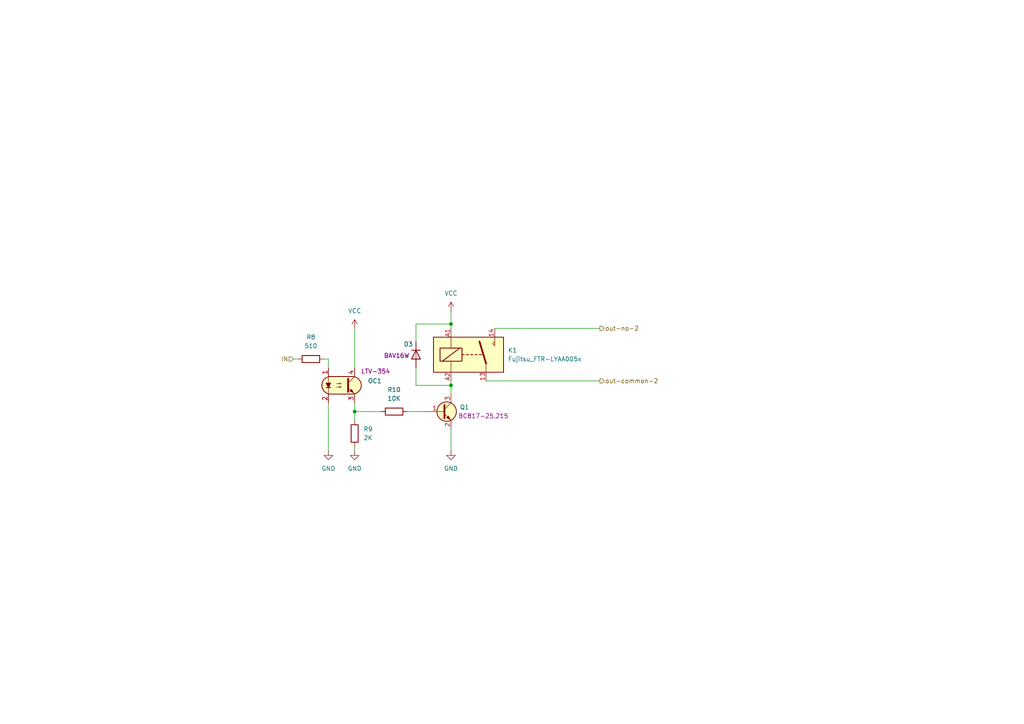
<source format=kicad_sch>
(kicad_sch (version 20250114) (generator "eeschema") (generator_version "9.0")
  (paper "A4")
  (lib_symbols
    (symbol "Diode:1N4148WT" (pin_numbers (hide yes)) (pin_names (hide yes))
      (property "Reference" "D" (at 0 2.54 0))
      (property "Value" "1N4148WT" (at 0 -2.54 0))
      (symbol "1N4148WT_0_1"
        (polyline (pts (xy -1.27 1.27) (xy -1.27 -1.27)) (stroke (width 0.254)))
        (polyline (pts (xy 1.27 1.27) (xy 1.27 -1.27) (xy -1.27 0) (xy 1.27 1.27)) (stroke (width 0.254)))
        (polyline (pts (xy 1.27 0) (xy -1.27 0)))
      )
      (symbol "1N4148WT_1_1"
        (pin passive line (at -3.81 0 0) (length 2.54) (name "K") (number "1"))
        (pin passive line (at 3.81 0 180) (length 2.54) (name "A") (number "2"))
      )
    )
    (symbol "Optocoupler_AKL:FOD817S" (pin_names (offset 1.016))
      (property "Reference" "OC" (at 6.35 1.27 0))
      (property "Value" "FOD817S" (at 6.35 -1.27 0))
      (symbol "FOD817S_0_1"
        (polyline (pts (xy -4.445 -0.635) (xy -3.175 -0.635)) (stroke (width 0.254)))
        (polyline (pts (xy -3.81 -0.635) (xy -4.445 0.635) (xy -3.175 0.635) (xy -3.81 -0.635)) (stroke (width 0.254)) (fill (type outline)))
        (polyline (pts (xy -3.81 -2.54) (xy -3.81 -1.27) (xy -3.81 2.54)) (stroke (width 0.1524)))
        (polyline (pts (xy -3.175 2.54) (xy 3.175 2.54)) (stroke (width 0.254)))
        (arc (start -3.1975 -2.54) (mid -5.7151 0) (end -3.1975 2.54) (stroke (width 0.254)))
        (polyline (pts (xy -2.54 2.54) (xy 3.429 2.54) (xy 4.318 2.286) (xy 4.699 2.032) (xy 5.08 1.651) (xy 5.461 1.016) (xy 5.715 0.381) (xy 5.715 -0.381) (xy 5.461 -1.143) (xy 4.826 -1.905) (xy 4.191 -2.286) (xy 3.302 -2.54) (xy -3.81 -2.54) (xy -3.81 -2.54) (xy -4.572 -2.032) (xy -5.08 -1.778) (xy -5.588 -0.508) (xy -5.588 0.254) (xy -5.588 1.016) (xy -5.08 1.778) (xy -4.318 2.286) (xy -3.556 2.54) (xy -2.54 2.54)) (stroke (width 0.01)) (fill (type background)))
        (polyline (pts (xy -1.397 0.508) (xy -0.127 0.508) (xy -0.508 0.381) (xy -0.508 0.635) (xy -0.127 0.508)))
        (polyline (pts (xy -1.397 -0.508) (xy -0.127 -0.508) (xy -0.508 -0.635) (xy -0.508 -0.381) (xy -0.127 -0.508)))
        (polyline (pts (xy 1.905 1.905) (xy 1.905 -1.905) (xy 1.905 -1.905)) (stroke (width 0.508)))
        (polyline (pts (xy 1.905 0.635) (xy 3.81 2.54)))
        (polyline (pts (xy 2.413 -1.651) (xy 2.921 -1.143) (xy 3.429 -2.159) (xy 2.413 -1.651) (xy 2.413 -1.651)) (fill (type outline)))
        (arc (start 3.1975 2.54) (mid 5.7151 0) (end 3.1975 -2.54) (stroke (width 0.254)))
        (polyline (pts (xy 3.175 -2.54) (xy -3.175 -2.54)) (stroke (width 0.254)))
        (polyline (pts (xy 3.81 -2.54) (xy 1.905 -0.635)) (fill (type outline)))
      )
      (symbol "FOD817S_1_1"
        (pin passive line (at -3.81 5.08 270) (length 2.54) (name "~") (number "1"))
        (pin passive line (at -3.81 -5.08 90) (length 2.54) (name "~") (number "2"))
        (pin passive line (at 3.81 5.08 270) (length 2.54) (name "~") (number "4"))
        (pin passive line (at 3.81 -5.08 90) (length 2.54) (name "~") (number "3"))
      )
    )
    (symbol "Relay:Fujitsu_FTR-LYAA005x"
      (property "Reference" "K" (at 11.43 3.81 0))
      (property "Value" "Fujitsu_FTR-LYAA005x" (at 11.43 1.27 0))
      (symbol "Fujitsu_FTR-LYAA005x_0_0"
        (polyline (pts (xy 7.62 5.08) (xy 7.62 2.54) (xy 6.985 3.175) (xy 7.62 3.81)))
      )
      (symbol "Fujitsu_FTR-LYAA005x_0_1"
        (rectangle (start -10.16 5.08) (end 10.16 -5.08) (stroke (width 0.254)) (fill (type background)))
        (rectangle (start -8.255 1.905) (end -1.905 -1.905) (stroke (width 0.254)))
        (polyline (pts (xy -7.62 -1.905) (xy -2.54 1.905)) (stroke (width 0.254)))
        (polyline (pts (xy -5.08 5.08) (xy -5.08 1.905)))
        (polyline (pts (xy -5.08 -5.08) (xy -5.08 -1.905)))
        (polyline (pts (xy -1.905 0) (xy -1.27 0)) (stroke (width 0.254)))
        (polyline (pts (xy -0.635 0) (xy 0 0)) (stroke (width 0.254)))
        (polyline (pts (xy 0.635 0) (xy 1.27 0)) (stroke (width 0.254)))
        (polyline (pts (xy 1.905 0) (xy 2.54 0)) (stroke (width 0.254)))
        (polyline (pts (xy 3.175 0) (xy 3.81 0)) (stroke (width 0.254)))
        (polyline (pts (xy 5.08 -2.54) (xy 3.175 3.81)) (stroke (width 0.508)))
        (polyline (pts (xy 5.08 -2.54) (xy 5.08 -5.08)))
      )
      (symbol "Fujitsu_FTR-LYAA005x_1_1"
        (pin passive line (at -5.08 7.62 270) (length 2.54) (name "~") (number "A1"))
        (pin passive line (at -5.08 -7.62 90) (length 2.54) (name "~") (number "A2"))
        (pin passive line (at 5.08 -7.62 90) (length 2.54) (name "~") (number "13"))
        (pin passive line (at 7.62 7.62 270) (length 2.54) (name "~") (number "14"))
      )
    )
    (symbol "Resistor_AKL:R_0603" (pin_numbers (hide yes)) (pin_names (offset 0))
      (property "Reference" "R" (at 2.54 1.27 0))
      (property "Value" "R_0603" (at 2.54 -1.27 0))
      (symbol "R_0603_0_1"
        (rectangle (start -1.016 2.54) (end 1.016 -2.54) (stroke (width 0.254)))
      )
      (symbol "R_0603_0_2"
        (polyline (pts (xy -2.54 -2.54) (xy -1.524 -1.524)))
        (polyline (pts (xy 1.524 1.524) (xy 2.54 2.54)))
        (polyline (pts (xy 1.524 1.524) (xy 0.889 2.159) (xy -2.159 -0.889) (xy -0.889 -2.159) (xy 2.159 0.889) (xy 1.524 1.524)) (stroke (width 0.254)))
      )
      (symbol "R_0603_1_1"
        (pin passive line (at 0 3.81 270) (length 1.27) (name "~") (number "1"))
        (pin passive line (at 0 -3.81 90) (length 1.27) (name "~") (number "2"))
      )
      (symbol "R_0603_1_2"
        (pin passive line (at -2.54 -2.54 0) (length 0) (name "") (number "2"))
        (pin passive line (at 2.54 2.54 180) (length 0) (name "") (number "1"))
      )
    )
    (symbol "Transistor_BJT_AKL:BFN26" (pin_names (hide yes))
      (property "Reference" "Q" (at 5.08 1.27 0))
      (property "Value" "BFN26" (at 5.08 -1.27 0))
      (symbol "BFN26_0_1"
        (polyline (pts (xy 0.635 1.905) (xy 0.635 -1.905) (xy 0.635 -1.905)) (stroke (width 0.508)))
        (polyline (pts (xy 0.635 0.635) (xy 2.54 2.54)))
        (polyline (pts (xy 0.635 -0.635) (xy 2.54 -2.54) (xy 2.54 -2.54)))
        (circle (center 1.27 0) (radius 2.8194) (stroke (width 0.254)) (fill (type background)))
        (polyline (pts (xy 1.27 -1.778) (xy 1.778 -1.27) (xy 2.286 -2.286) (xy 1.27 -1.778) (xy 1.27 -1.778)) (fill (type outline)))
      )
      (symbol "BFN26_1_1"
        (pin input line (at -5.08 0 0) (length 5.715) (name "B") (number "1"))
        (pin passive line (at 2.54 5.08 270) (length 2.54) (name "C") (number "3"))
        (pin passive line (at 2.54 -5.08 90) (length 2.54) (name "E") (number "2"))
      )
    )
    (symbol "power:GND" (power) (pin_numbers (hide yes)) (pin_names (offset 0) (hide yes))
      (property "Value" "GND" (at 0 -3.81 0))
      (symbol "GND_0_1"
        (polyline (pts (xy 0 0) (xy 0 -1.27) (xy 1.27 -1.27) (xy 0 -2.54) (xy -1.27 -1.27) (xy 0 -1.27)))
      )
      (symbol "GND_1_1"
        (pin power_in line (at 0 0 270) (length 0) (name "~") (number "1"))
      )
    )
    (symbol "power:VCC" (power) (pin_numbers (hide yes)) (pin_names (offset 0) (hide yes))
      (property "Value" "VCC" (at 0 3.556 0))
      (symbol "VCC_0_1"
        (polyline (pts (xy -0.762 1.27) (xy 0 2.54)))
        (polyline (pts (xy 0 2.54) (xy 0.762 1.27)))
        (polyline (pts (xy 0 0) (xy 0 2.54)))
      )
      (symbol "VCC_1_1"
        (pin power_in line (at 0 0 90) (length 0) (name "~") (number "1"))
      )
    )
  )
  (junction (at 130.81 111.76))
  (junction (at 102.87 119.38))
  (junction (at 130.81 93.98))
  (wire (pts (xy 130.81 110.49) (xy 130.81 111.76)))
  (wire (pts (xy 143.51 95.25) (xy 173.99 95.25)))
  (wire (pts (xy 140.97 110.49) (xy 173.99 110.49)))
  (wire (pts (xy 120.65 93.98) (xy 130.81 93.98)))
  (wire (pts (xy 120.65 99.06) (xy 120.65 93.98)))
  (wire (pts (xy 120.65 111.76) (xy 130.81 111.76)))
  (wire (pts (xy 102.87 121.92) (xy 102.87 119.38)))
  (wire (pts (xy 102.87 119.38) (xy 102.87 116.84)))
  (wire (pts (xy 130.81 90.17) (xy 130.81 93.98)))
  (wire (pts (xy 120.65 106.68) (xy 120.65 111.76)))
  (wire (pts (xy 102.87 119.38) (xy 110.49 119.38)))
  (wire (pts (xy 93.98 104.14) (xy 95.25 104.14)))
  (wire (pts (xy 102.87 95.25) (xy 102.87 106.68)))
  (wire (pts (xy 102.87 129.54) (xy 102.87 130.81)))
  (wire (pts (xy 130.81 93.98) (xy 130.81 95.25)))
  (wire (pts (xy 95.25 104.14) (xy 95.25 106.68)))
  (wire (pts (xy 85.09 104.14) (xy 86.36 104.14)))
  (wire (pts (xy 118.11 119.38) (xy 123.19 119.38)))
  (wire (pts (xy 95.25 116.84) (xy 95.25 130.81)))
  (wire (pts (xy 130.81 124.46) (xy 130.81 130.81)))
  (wire (pts (xy 130.81 111.76) (xy 130.81 114.3)))
  (hierarchical_label "out-no-2" (shape output) (at 173.99 95.25 0))
  (hierarchical_label "IN" (shape input) (at 85.09 104.14 180))
  (hierarchical_label "out-common-2" (shape output) (at 173.99 110.49 0))
  (symbol (lib_id "power:VCC") (at 102.87 95.25 0) (unit 1)
    (property "Reference" "#PWR017" (effects (hide yes)))
    (property "Value" "VCC" (at 102.87 90.17 0))
    (property "Description" "Power symbol creates a global label with name \"VCC\"" (effects (hide yes)))
  )
  (symbol (lib_id "Transistor_BJT_AKL:BFN26") (at 128.27 119.38 0) (unit 1)
    (property "Reference" "Q1" (at 133.35 118.1099 0) (effects (justify left)))
    (property "Value" "BFN26" (effects (hide yes)))
    (property "Footprint" "Package_TO_SOT_SMD_AKL:SOT-23" (effects (hide yes)))
    (property "Datasheet" "https://www.tme.eu/Document/43310f91a0e397761035f1d1abdd24c6/BFN24.pdf" (effects (hide yes)))
    (property "Description" "NPN SOT-23 high voltage transistor, 300V, 200mA, 360mW, Alternate KiCAD Library" (effects (hide yes)))
    (property "Part number" "BC817-25,215" (at 140.208 120.65 0))
  )
  (symbol (lib_id "Resistor_AKL:R_0603") (at 114.3 119.38 270) (unit 1)
    (property "Reference" "R10" (at 114.3 113.03 90))
    (property "Value" "10K" (at 114.3 115.57 90))
    (property "Footprint" "Resistor_SMD_AKL:R_0603_1608Metric" (effects (hide yes)))
    (property "Description" "SMD 0603 Chip Resistor, European Symbol, Alternate KiCad Library" (effects (hide yes)))
  )
  (symbol (lib_id "power:VCC") (at 130.81 90.17 0) (unit 1)
    (property "Reference" "#PWR019" (effects (hide yes)))
    (property "Value" "VCC" (at 130.81 85.09 0))
    (property "Description" "Power symbol creates a global label with name \"VCC\"" (effects (hide yes)))
  )
  (symbol (lib_id "Resistor_AKL:R_0603") (at 102.87 125.73 180) (unit 1)
    (property "Reference" "R9" (at 105.41 124.4599 0) (effects (justify right)))
    (property "Value" "2K" (at 105.41 126.9999 0) (effects (justify right)))
    (property "Footprint" "Resistor_SMD_AKL:R_0603_1608Metric" (effects (hide yes)))
    (property "Description" "SMD 0603 Chip Resistor, European Symbol, Alternate KiCad Library" (effects (hide yes)))
  )
  (symbol (lib_id "power:GND") (at 95.25 130.81 0) (unit 1)
    (property "Reference" "#PWR016" (effects (hide yes)))
    (property "Value" "GND" (at 95.25 135.89 0))
    (property "Description" "Power symbol creates a global label with name \"GND\" , ground" (effects (hide yes)))
  )
  (symbol (lib_id "Optocoupler_AKL:FOD817S") (at 99.06 111.76 0) (unit 1)
    (property "Reference" "OC1" (at 106.68 110.4899 0) (effects (justify left)))
    (property "Value" "FOD817S" (effects (hide yes)))
    (property "Footprint" "Package_DIP_AKL:SMDIP-4_W9.53mm" (effects (hide yes)))
    (property "Datasheet" "https://www.tme.eu/Document/3a0358906a5fcb3aa253d025de809a1d/FOD814300W.PDF" (effects (hide yes)))
    (property "Description" "SMDIP-4 Optocoupler, Transistor output, 5kV, 8us, Alternate KiCAD Library" (effects (hide yes)))
    (property "Part Number" "LTV-354" (at 108.966 107.696 0))
  )
  (symbol (lib_id "Relay:Fujitsu_FTR-LYAA005x") (at 135.89 102.87 0) (unit 1)
    (property "Reference" "K1" (at 147.32 101.5999 0) (effects (justify left)))
    (property "Value" "Fujitsu_FTR-LYAA005x" (at 147.32 104.1399 0) (effects (justify left)))
    (property "Footprint" "Relay_THT:Relay_SPST-NO_Fujitsu_FTR-LYAA005x_FormA_Vertical" (effects (hide yes)))
    (property "Datasheet" "https://www.fujitsu.com/sg/imagesgig5/ftr-ly.pdf" (effects (hide yes)))
    (property "Description" "Relay, SPST Form A, vertical mount, 5-60V coil, 6A, 250VAC, 28 x 5 x 15mm" (effects (hide yes)))
  )
  (symbol (lib_id "Resistor_AKL:R_0603") (at 90.17 104.14 270) (unit 1)
    (property "Reference" "R8" (at 90.17 97.79 90))
    (property "Value" "510" (at 90.17 100.33 90))
    (property "Footprint" "Resistor_SMD_AKL:R_0603_1608Metric" (effects (hide yes)))
    (property "Description" "SMD 0603 Chip Resistor, European Symbol, Alternate KiCad Library" (effects (hide yes)))
  )
  (symbol (lib_id "power:GND") (at 102.87 130.81 0) (unit 1)
    (property "Reference" "#PWR018" (effects (hide yes)))
    (property "Value" "GND" (at 102.87 135.89 0))
    (property "Description" "Power symbol creates a global label with name \"GND\" , ground" (effects (hide yes)))
  )
  (symbol (lib_id "power:GND") (at 130.81 130.81 0) (unit 1)
    (property "Reference" "#PWR020" (effects (hide yes)))
    (property "Value" "GND" (at 130.81 135.89 0))
    (property "Description" "Power symbol creates a global label with name \"GND\" , ground" (effects (hide yes)))
  )
  (symbol (lib_id "Diode:1N4148WT") (at 120.65 102.87 270) (unit 1)
    (property "Reference" "D3" (at 117.094 99.822 90) (effects (justify left)))
    (property "Value" "1N4148WT" (effects (hide yes)))
    (property "Footprint" "Diode_SMD:D_SOD-523" (effects (hide yes)))
    (property "Datasheet" "https://www.diodes.com/assets/Datasheets/ds30396.pdf" (effects (hide yes)))
    (property "Description" "75V 0.15A Fast switching Diode, SOD-523" (effects (hide yes)))
    (property "Sim.Device" "D" (effects (hide yes)))
    (property "Sim.Pins" "1=K 2=A" (effects (hide yes)))
    (property "Part number" "BAV16W" (at 115.062 103.124 90))
  )
)
</source>
